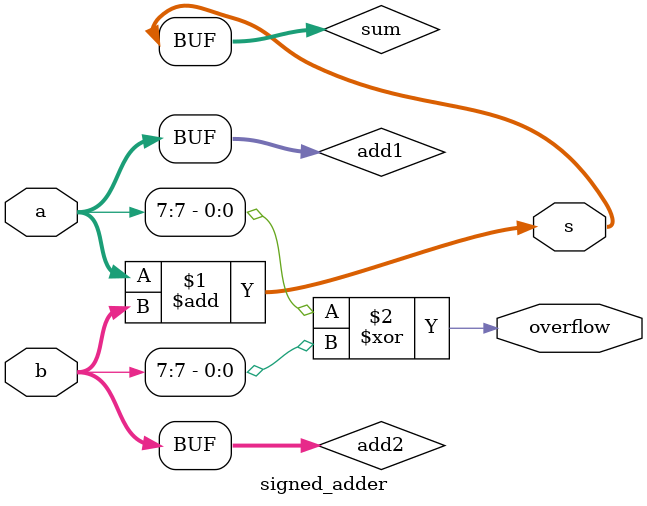
<source format=v>

module signed_adder(input [7:0] a,
    input [7:0] b,
    output [7:0] s,
    output overflow
); 

// The numbers a and b are added to the output s. 
// assign the occurence of the signed overflow of a and b to the output overflow.
// a signed overflow occurs if the most significant bits of a and b are low and the most significant bit of s is high
// a signed overflow may also occur if the most significant bits of a and b are high and the most significant bit of s is low


wire signed [7:0] add1,add2;

assign add1 = {1'b0,a[7:0]};
assign add2 = {1'b0,b[7:0]};

wire [7:0] sum;
wire overflow;

// Sum of the two numbers.
assign sum = add1 + add2;

// The overflow is the highest of the two numbers.
assign overflow = add1[7] ^ add2[7];

// Output the sum of the two numbers.
assign s = sum;
assign overflow = overflow;

endmodule

</source>
